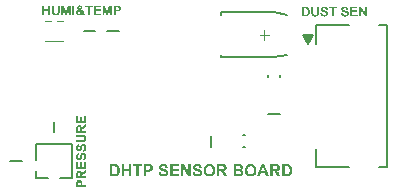
<source format=gbr>
%TF.GenerationSoftware,KiCad,Pcbnew,8.0.3*%
%TF.CreationDate,2024-07-01T09:22:30+07:00*%
%TF.ProjectId,WeatherStation,57656174-6865-4725-9374-6174696f6e2e,rev?*%
%TF.SameCoordinates,Original*%
%TF.FileFunction,Legend,Top*%
%TF.FilePolarity,Positive*%
%FSLAX46Y46*%
G04 Gerber Fmt 4.6, Leading zero omitted, Abs format (unit mm)*
G04 Created by KiCad (PCBNEW 8.0.3) date 2024-07-01 09:22:30*
%MOMM*%
%LPD*%
G01*
G04 APERTURE LIST*
%ADD10C,0.200000*%
%ADD11C,0.154000*%
%ADD12C,0.100000*%
G04 APERTURE END LIST*
D10*
G36*
X199888930Y-107232000D02*
G01*
X199888930Y-106419159D01*
X200051498Y-106419159D01*
X200051498Y-106744295D01*
X200370381Y-106744295D01*
X200370381Y-106419159D01*
X200532949Y-106419159D01*
X200532949Y-107232000D01*
X200370381Y-107232000D01*
X200370381Y-106881853D01*
X200051498Y-106881853D01*
X200051498Y-107232000D01*
X199888930Y-107232000D01*
G37*
G36*
X200695322Y-106419159D02*
G01*
X200858086Y-106419159D01*
X200858086Y-106860360D01*
X200858375Y-106902731D01*
X200859416Y-106942500D01*
X200862084Y-106982107D01*
X200864143Y-106996354D01*
X200877330Y-107033739D01*
X200902206Y-107066715D01*
X200913773Y-107076661D01*
X200950550Y-107096270D01*
X200989024Y-107105054D01*
X201021240Y-107106947D01*
X201061254Y-107104161D01*
X201100455Y-107093463D01*
X201125776Y-107078420D01*
X201152566Y-107048658D01*
X201167514Y-107010666D01*
X201167981Y-107008078D01*
X201172386Y-106969115D01*
X201174356Y-106929723D01*
X201175147Y-106887389D01*
X201175210Y-106869739D01*
X201175210Y-106419159D01*
X201337778Y-106419159D01*
X201337778Y-106845314D01*
X201337454Y-106888893D01*
X201336481Y-106928284D01*
X201334457Y-106970025D01*
X201330914Y-107011099D01*
X201324492Y-107051846D01*
X201312836Y-107091139D01*
X201294065Y-107128947D01*
X201275838Y-107153842D01*
X201245934Y-107182546D01*
X201212584Y-107204707D01*
X201181072Y-107219885D01*
X201140501Y-107232868D01*
X201097886Y-107240442D01*
X201055152Y-107243904D01*
X201026125Y-107244505D01*
X200984844Y-107243564D01*
X200941616Y-107240087D01*
X200898715Y-107232976D01*
X200858742Y-107220977D01*
X200851051Y-107217736D01*
X200816247Y-107199337D01*
X200783604Y-107175529D01*
X200756871Y-107147980D01*
X200734257Y-107115163D01*
X200717263Y-107078309D01*
X200711344Y-107057903D01*
X200704335Y-107018873D01*
X200699844Y-106977910D01*
X200697215Y-106937738D01*
X200695713Y-106892895D01*
X200695322Y-106851958D01*
X200695322Y-106419159D01*
G37*
G36*
X201502496Y-107232000D02*
G01*
X201502496Y-106419159D01*
X201745957Y-106419159D01*
X201892112Y-106973688D01*
X202036704Y-106419159D01*
X202280556Y-106419159D01*
X202280556Y-107232000D01*
X202129516Y-107232000D01*
X202129516Y-106592083D01*
X201969488Y-107232000D01*
X201812977Y-107232000D01*
X201653536Y-106592083D01*
X201653536Y-107232000D01*
X201502496Y-107232000D01*
G37*
G36*
X202432182Y-107232000D02*
G01*
X202432182Y-106419159D01*
X202594750Y-106419159D01*
X202594750Y-107232000D01*
X202432182Y-107232000D01*
G37*
G36*
X203085673Y-106409150D02*
G01*
X203124787Y-106416640D01*
X203164152Y-106431313D01*
X203197827Y-106452507D01*
X203205357Y-106458824D01*
X203233787Y-106489994D01*
X203252913Y-106524811D01*
X203262735Y-106563276D01*
X203264171Y-106586221D01*
X203258598Y-106627174D01*
X203243444Y-106663527D01*
X203235057Y-106677080D01*
X203208022Y-106707972D01*
X203175462Y-106735240D01*
X203138630Y-106760983D01*
X203117430Y-106774386D01*
X203229586Y-106923667D01*
X203246885Y-106886155D01*
X203259933Y-106846004D01*
X203263584Y-106832223D01*
X203403291Y-106863486D01*
X203391964Y-106902208D01*
X203379295Y-106940972D01*
X203366948Y-106972516D01*
X203348902Y-107007680D01*
X203333926Y-107030157D01*
X203363529Y-107055949D01*
X203395682Y-107080441D01*
X203400751Y-107084086D01*
X203434411Y-107107227D01*
X203460933Y-107122969D01*
X203367534Y-107244505D01*
X203329294Y-107223607D01*
X203296056Y-107201683D01*
X203263526Y-107176608D01*
X203235643Y-107152083D01*
X203204502Y-107179316D01*
X203172140Y-107201665D01*
X203135131Y-107220606D01*
X203131693Y-107222034D01*
X203091475Y-107234828D01*
X203050625Y-107241850D01*
X203010370Y-107244417D01*
X203000975Y-107244505D01*
X202955724Y-107242387D01*
X202914127Y-107236033D01*
X202876185Y-107225442D01*
X202835477Y-107207142D01*
X202800031Y-107182743D01*
X202774513Y-107157750D01*
X202748782Y-107122982D01*
X202730402Y-107085698D01*
X202719375Y-107045899D01*
X202715699Y-107003584D01*
X202716568Y-106993228D01*
X202873968Y-106993228D01*
X202880214Y-107033651D01*
X202900768Y-107069160D01*
X202906599Y-107075293D01*
X202939548Y-107096932D01*
X202977712Y-107106174D01*
X202994331Y-107106947D01*
X203034194Y-107102434D01*
X203064087Y-107092683D01*
X203099160Y-107073535D01*
X203132254Y-107049086D01*
X203137164Y-107045007D01*
X202980067Y-106850199D01*
X202943852Y-106871989D01*
X202913177Y-106899129D01*
X202900346Y-106915265D01*
X202881413Y-106951372D01*
X202873994Y-106990738D01*
X202873968Y-106993228D01*
X202716568Y-106993228D01*
X202719347Y-106960133D01*
X202730289Y-106919249D01*
X202748527Y-106880930D01*
X202761812Y-106860750D01*
X202787726Y-106830135D01*
X202819356Y-106801595D01*
X202851720Y-106778325D01*
X202888459Y-106756646D01*
X202899760Y-106750743D01*
X202873817Y-106718386D01*
X202850993Y-106684351D01*
X202837625Y-106659690D01*
X202823466Y-106622632D01*
X202816994Y-106582478D01*
X202816913Y-106577624D01*
X202818196Y-106568050D01*
X202967367Y-106568050D01*
X202979766Y-106606429D01*
X203002538Y-106637610D01*
X203040444Y-106681769D01*
X203082259Y-106649725D01*
X203112115Y-106620610D01*
X203128191Y-106582829D01*
X203128372Y-106578406D01*
X203116864Y-106540254D01*
X203106097Y-106527799D01*
X203070129Y-106509190D01*
X203045915Y-106506696D01*
X203006180Y-106513947D01*
X202988274Y-106525258D01*
X202968102Y-106559104D01*
X202967367Y-106568050D01*
X202818196Y-106568050D01*
X202822618Y-106535065D01*
X202839735Y-106496780D01*
X202864895Y-106465978D01*
X202875336Y-106456480D01*
X202912235Y-106432394D01*
X202951625Y-106417602D01*
X202991180Y-106409768D01*
X203035486Y-106406703D01*
X203042203Y-106406654D01*
X203085673Y-106409150D01*
G37*
G36*
X203737611Y-107232000D02*
G01*
X203737611Y-106556717D01*
X203498644Y-106556717D01*
X203498644Y-106419159D01*
X204138755Y-106419159D01*
X204138755Y-106556717D01*
X203900374Y-106556717D01*
X203900374Y-107232000D01*
X203737611Y-107232000D01*
G37*
G36*
X204240165Y-107232000D02*
G01*
X204240165Y-106419159D01*
X204837485Y-106419159D01*
X204837485Y-106556717D01*
X204402928Y-106556717D01*
X204402928Y-106731790D01*
X204807395Y-106731790D01*
X204807395Y-106869348D01*
X204402928Y-106869348D01*
X204402928Y-107094442D01*
X204852922Y-107094442D01*
X204852922Y-107232000D01*
X204240165Y-107232000D01*
G37*
G36*
X204984422Y-107232000D02*
G01*
X204984422Y-106419159D01*
X205227883Y-106419159D01*
X205374038Y-106973688D01*
X205518630Y-106419159D01*
X205762482Y-106419159D01*
X205762482Y-107232000D01*
X205611442Y-107232000D01*
X205611442Y-106592083D01*
X205451414Y-107232000D01*
X205294903Y-107232000D01*
X205135462Y-106592083D01*
X205135462Y-107232000D01*
X204984422Y-107232000D01*
G37*
G36*
X206223917Y-106419455D02*
G01*
X206269896Y-106420591D01*
X206314335Y-106422992D01*
X206356908Y-106427784D01*
X206373480Y-106431274D01*
X206410705Y-106444755D01*
X206444344Y-106464975D01*
X206474397Y-106491933D01*
X206489544Y-106509822D01*
X206512118Y-106546692D01*
X206525982Y-106584162D01*
X206534009Y-106626052D01*
X206536243Y-106666333D01*
X206534110Y-106706024D01*
X206526737Y-106745775D01*
X206512544Y-106784211D01*
X206509279Y-106790604D01*
X206487022Y-106825363D01*
X206458322Y-106856134D01*
X206440891Y-106869739D01*
X206406976Y-106889883D01*
X206369876Y-106904437D01*
X206356480Y-106907840D01*
X206314994Y-106913920D01*
X206274468Y-106917162D01*
X206233658Y-106918817D01*
X206187855Y-106919369D01*
X206081756Y-106919369D01*
X206081756Y-107232000D01*
X205918993Y-107232000D01*
X205918993Y-106781811D01*
X206081756Y-106781811D01*
X206170856Y-106781811D01*
X206214942Y-106781042D01*
X206255021Y-106778337D01*
X206295122Y-106770992D01*
X206299425Y-106769501D01*
X206334474Y-106748374D01*
X206350228Y-106730422D01*
X206366012Y-106693847D01*
X206368595Y-106668678D01*
X206362147Y-106629257D01*
X206342803Y-106597359D01*
X206311484Y-106573419D01*
X206277346Y-106562188D01*
X206237129Y-106558261D01*
X206195959Y-106556979D01*
X206160305Y-106556717D01*
X206081756Y-106556717D01*
X206081756Y-106781811D01*
X205918993Y-106781811D01*
X205918993Y-106419159D01*
X206180039Y-106419159D01*
X206223917Y-106419455D01*
G37*
G36*
X206021837Y-119849873D02*
G01*
X206074444Y-119853189D01*
X206124687Y-119859803D01*
X206161400Y-119868244D01*
X206209144Y-119886328D01*
X206252908Y-119910903D01*
X206292692Y-119941970D01*
X206313075Y-119962034D01*
X206346262Y-120002211D01*
X206374658Y-120047179D01*
X206398263Y-120096939D01*
X206409306Y-120126653D01*
X206423732Y-120178112D01*
X206432973Y-120227822D01*
X206439059Y-120281903D01*
X206441764Y-120331737D01*
X206442279Y-120366744D01*
X206440795Y-120419913D01*
X206436342Y-120469787D01*
X206427618Y-120522749D01*
X206415016Y-120571407D01*
X206411260Y-120582899D01*
X206393250Y-120629390D01*
X206368860Y-120677571D01*
X206340410Y-120720470D01*
X206307898Y-120758087D01*
X206303549Y-120762418D01*
X206262753Y-120795471D01*
X206218103Y-120820811D01*
X206171758Y-120839783D01*
X206160667Y-120843506D01*
X206108983Y-120855743D01*
X206058753Y-120861977D01*
X206008103Y-120864664D01*
X205980660Y-120865000D01*
X205597932Y-120865000D01*
X205597932Y-120693053D01*
X205801386Y-120693053D01*
X205953061Y-120693053D01*
X206006065Y-120691898D01*
X206057329Y-120687090D01*
X206076159Y-120683283D01*
X206123823Y-120665223D01*
X206157980Y-120641273D01*
X206187656Y-120601889D01*
X206207271Y-120555772D01*
X206211225Y-120543332D01*
X206223045Y-120490485D01*
X206229066Y-120438574D01*
X206231662Y-120385879D01*
X206231986Y-120357219D01*
X206230688Y-120301882D01*
X206226127Y-120247767D01*
X206217206Y-120197745D01*
X206211225Y-120176723D01*
X206191815Y-120130119D01*
X206162606Y-120087765D01*
X206153584Y-120078538D01*
X206111635Y-120048862D01*
X206063103Y-120031467D01*
X206059551Y-120030666D01*
X206006703Y-120023987D01*
X205956190Y-120021669D01*
X205900423Y-120020906D01*
X205892733Y-120020896D01*
X205801386Y-120020896D01*
X205801386Y-120693053D01*
X205597932Y-120693053D01*
X205597932Y-119848949D01*
X205969669Y-119848949D01*
X206021837Y-119849873D01*
G37*
G36*
X206609585Y-120865000D02*
G01*
X206609585Y-119848949D01*
X206812795Y-119848949D01*
X206812795Y-120255369D01*
X207211400Y-120255369D01*
X207211400Y-119848949D01*
X207414610Y-119848949D01*
X207414610Y-120865000D01*
X207211400Y-120865000D01*
X207211400Y-120427316D01*
X206812795Y-120427316D01*
X206812795Y-120865000D01*
X206609585Y-120865000D01*
G37*
G36*
X207845698Y-120865000D02*
G01*
X207845698Y-120020896D01*
X207546989Y-120020896D01*
X207546989Y-119848949D01*
X208347129Y-119848949D01*
X208347129Y-120020896D01*
X208049153Y-120020896D01*
X208049153Y-120865000D01*
X207845698Y-120865000D01*
G37*
G36*
X208855047Y-119849319D02*
G01*
X208912520Y-119850739D01*
X208968069Y-119853741D01*
X209021285Y-119859730D01*
X209042000Y-119864092D01*
X209088531Y-119880944D01*
X209130580Y-119906218D01*
X209168147Y-119939917D01*
X209187080Y-119962278D01*
X209215298Y-120008365D01*
X209232628Y-120055202D01*
X209242661Y-120107565D01*
X209245454Y-120157916D01*
X209242788Y-120207530D01*
X209233572Y-120257218D01*
X209215830Y-120305264D01*
X209211749Y-120313255D01*
X209183928Y-120356703D01*
X209148052Y-120395168D01*
X209126264Y-120412173D01*
X209083870Y-120437354D01*
X209037495Y-120455547D01*
X209020751Y-120459801D01*
X208968892Y-120467400D01*
X208918235Y-120471453D01*
X208867222Y-120473521D01*
X208809969Y-120474211D01*
X208677345Y-120474211D01*
X208677345Y-120865000D01*
X208473891Y-120865000D01*
X208473891Y-120302264D01*
X208677345Y-120302264D01*
X208788720Y-120302264D01*
X208843827Y-120301302D01*
X208893926Y-120297921D01*
X208944053Y-120288740D01*
X208949432Y-120286877D01*
X208993243Y-120260468D01*
X209012935Y-120238028D01*
X209032665Y-120192309D01*
X209035894Y-120160847D01*
X209027834Y-120111571D01*
X209003654Y-120071699D01*
X208964505Y-120041774D01*
X208921832Y-120027735D01*
X208871561Y-120022826D01*
X208820098Y-120021223D01*
X208775531Y-120020896D01*
X208677345Y-120020896D01*
X208677345Y-120302264D01*
X208473891Y-120302264D01*
X208473891Y-119848949D01*
X208800199Y-119848949D01*
X208855047Y-119849319D01*
G37*
G36*
X209718797Y-120536737D02*
G01*
X209916634Y-120521106D01*
X209929561Y-120571453D01*
X209950722Y-120617879D01*
X209982264Y-120657376D01*
X209988929Y-120663255D01*
X210031045Y-120689119D01*
X210082165Y-120704248D01*
X210136452Y-120708684D01*
X210187856Y-120705458D01*
X210235999Y-120694305D01*
X210281302Y-120670405D01*
X210284463Y-120667896D01*
X210318524Y-120629374D01*
X210333851Y-120582290D01*
X210334289Y-120572152D01*
X210321468Y-120523608D01*
X210313284Y-120512313D01*
X210272356Y-120482670D01*
X210240255Y-120469326D01*
X210191402Y-120454380D01*
X210141580Y-120440722D01*
X210092865Y-120427910D01*
X210077345Y-120423897D01*
X210028663Y-120410404D01*
X209976524Y-120393047D01*
X209931238Y-120374420D01*
X209887065Y-120351082D01*
X209848001Y-120322292D01*
X209811837Y-120283769D01*
X209784555Y-120241716D01*
X209766156Y-120196133D01*
X209756639Y-120147021D01*
X209755189Y-120117372D01*
X209760326Y-120065158D01*
X209775738Y-120015310D01*
X209798664Y-119972048D01*
X209829734Y-119932783D01*
X209868293Y-119899862D01*
X209914341Y-119873287D01*
X209924449Y-119868733D01*
X209973415Y-119851613D01*
X210021416Y-119841099D01*
X210073631Y-119835012D01*
X210122775Y-119833318D01*
X210179714Y-119835399D01*
X210232073Y-119841642D01*
X210279853Y-119852047D01*
X210331144Y-119870028D01*
X210375841Y-119894002D01*
X210408050Y-119918558D01*
X210445685Y-119958574D01*
X210474602Y-120004037D01*
X210494799Y-120054945D01*
X210505172Y-120102916D01*
X210508922Y-120145949D01*
X210305468Y-120145949D01*
X210291535Y-120095654D01*
X210264600Y-120051996D01*
X210249537Y-120038237D01*
X210203695Y-120015697D01*
X210151305Y-120006424D01*
X210120576Y-120005265D01*
X210069037Y-120008747D01*
X210020940Y-120020622D01*
X209981846Y-120040924D01*
X209952157Y-120082003D01*
X209949606Y-120102473D01*
X209966642Y-120149231D01*
X209979892Y-120162313D01*
X210024142Y-120186779D01*
X210070854Y-120203815D01*
X210123021Y-120219197D01*
X210166738Y-120230457D01*
X210219704Y-120244064D01*
X210267225Y-120257774D01*
X210315786Y-120273899D01*
X210362211Y-120292500D01*
X210386313Y-120304218D01*
X210427705Y-120330422D01*
X210466239Y-120365472D01*
X210497443Y-120407044D01*
X210520387Y-120455486D01*
X210532981Y-120505784D01*
X210537586Y-120556152D01*
X210537743Y-120568000D01*
X210533044Y-120621271D01*
X210518948Y-120672395D01*
X210495454Y-120721372D01*
X210489627Y-120730910D01*
X210459413Y-120770546D01*
X210422900Y-120804000D01*
X210380089Y-120831271D01*
X210353584Y-120843750D01*
X210306918Y-120859886D01*
X210254849Y-120871411D01*
X210204855Y-120877714D01*
X210150724Y-120880487D01*
X210134498Y-120880631D01*
X210076976Y-120878490D01*
X210023783Y-120872068D01*
X209974919Y-120861365D01*
X209921996Y-120842869D01*
X209875308Y-120818208D01*
X209841163Y-120792948D01*
X209805680Y-120757150D01*
X209775984Y-120715702D01*
X209752076Y-120668604D01*
X209733955Y-120615857D01*
X209723276Y-120567584D01*
X209718797Y-120536737D01*
G37*
G36*
X210703340Y-120865000D02*
G01*
X210703340Y-119848949D01*
X211449990Y-119848949D01*
X211449990Y-120020896D01*
X210906794Y-120020896D01*
X210906794Y-120239738D01*
X211412377Y-120239738D01*
X211412377Y-120411685D01*
X210906794Y-120411685D01*
X210906794Y-120693053D01*
X211469285Y-120693053D01*
X211469285Y-120865000D01*
X210703340Y-120865000D01*
G37*
G36*
X211638546Y-120865000D02*
G01*
X211638546Y-119848949D01*
X211836382Y-119848949D01*
X212248420Y-120535516D01*
X212248420Y-119848949D01*
X212437220Y-119848949D01*
X212437220Y-120865000D01*
X212233277Y-120865000D01*
X211827345Y-120188691D01*
X211827345Y-120865000D01*
X211638546Y-120865000D01*
G37*
G36*
X212595001Y-120536737D02*
G01*
X212792837Y-120521106D01*
X212805765Y-120571453D01*
X212826926Y-120617879D01*
X212858468Y-120657376D01*
X212865133Y-120663255D01*
X212907249Y-120689119D01*
X212958369Y-120704248D01*
X213012656Y-120708684D01*
X213064060Y-120705458D01*
X213112202Y-120694305D01*
X213157506Y-120670405D01*
X213160667Y-120667896D01*
X213194727Y-120629374D01*
X213210055Y-120582290D01*
X213210493Y-120572152D01*
X213197672Y-120523608D01*
X213189488Y-120512313D01*
X213148560Y-120482670D01*
X213116459Y-120469326D01*
X213067606Y-120454380D01*
X213017784Y-120440722D01*
X212969069Y-120427910D01*
X212953549Y-120423897D01*
X212904866Y-120410404D01*
X212852728Y-120393047D01*
X212807442Y-120374420D01*
X212763269Y-120351082D01*
X212724205Y-120322292D01*
X212688041Y-120283769D01*
X212660759Y-120241716D01*
X212642360Y-120196133D01*
X212632843Y-120147021D01*
X212631393Y-120117372D01*
X212636530Y-120065158D01*
X212651942Y-120015310D01*
X212674868Y-119972048D01*
X212705937Y-119932783D01*
X212744496Y-119899862D01*
X212790545Y-119873287D01*
X212800653Y-119868733D01*
X212849619Y-119851613D01*
X212897620Y-119841099D01*
X212949834Y-119835012D01*
X212998978Y-119833318D01*
X213055917Y-119835399D01*
X213108277Y-119841642D01*
X213156057Y-119852047D01*
X213207348Y-119870028D01*
X213252044Y-119894002D01*
X213284254Y-119918558D01*
X213321889Y-119958574D01*
X213350805Y-120004037D01*
X213371003Y-120054945D01*
X213381376Y-120102916D01*
X213385126Y-120145949D01*
X213181672Y-120145949D01*
X213167739Y-120095654D01*
X213140804Y-120051996D01*
X213125740Y-120038237D01*
X213079899Y-120015697D01*
X213027509Y-120006424D01*
X212996780Y-120005265D01*
X212945241Y-120008747D01*
X212897143Y-120020622D01*
X212858050Y-120040924D01*
X212828360Y-120082003D01*
X212825810Y-120102473D01*
X212842846Y-120149231D01*
X212856096Y-120162313D01*
X212900346Y-120186779D01*
X212947058Y-120203815D01*
X212999225Y-120219197D01*
X213042942Y-120230457D01*
X213095907Y-120244064D01*
X213143429Y-120257774D01*
X213191990Y-120273899D01*
X213238415Y-120292500D01*
X213262516Y-120304218D01*
X213303909Y-120330422D01*
X213342443Y-120365472D01*
X213373647Y-120407044D01*
X213396591Y-120455486D01*
X213409185Y-120505784D01*
X213413789Y-120556152D01*
X213413947Y-120568000D01*
X213409248Y-120621271D01*
X213395152Y-120672395D01*
X213371658Y-120721372D01*
X213365831Y-120730910D01*
X213335617Y-120770546D01*
X213299104Y-120804000D01*
X213256293Y-120831271D01*
X213229788Y-120843750D01*
X213183122Y-120859886D01*
X213131053Y-120871411D01*
X213081059Y-120877714D01*
X213026928Y-120880487D01*
X213010702Y-120880631D01*
X212953180Y-120878490D01*
X212899986Y-120872068D01*
X212851122Y-120861365D01*
X212798200Y-120842869D01*
X212751511Y-120818208D01*
X212717366Y-120792948D01*
X212681883Y-120757150D01*
X212652188Y-120715702D01*
X212628280Y-120668604D01*
X212610159Y-120615857D01*
X212599479Y-120567584D01*
X212595001Y-120536737D01*
G37*
G36*
X214079581Y-119835489D02*
G01*
X214131090Y-119842004D01*
X214179812Y-119852861D01*
X214236798Y-119872540D01*
X214289431Y-119899005D01*
X214337710Y-119932255D01*
X214381637Y-119972292D01*
X214420126Y-120018299D01*
X214452091Y-120069612D01*
X214472966Y-120114484D01*
X214489666Y-120162753D01*
X214502191Y-120214418D01*
X214510541Y-120269479D01*
X214514716Y-120327937D01*
X214515238Y-120358440D01*
X214513166Y-120418077D01*
X214506949Y-120474379D01*
X214496588Y-120527345D01*
X214482082Y-120576976D01*
X214463432Y-120623272D01*
X214434291Y-120676450D01*
X214398674Y-120724418D01*
X214382614Y-120742145D01*
X214338993Y-120782041D01*
X214291018Y-120815175D01*
X214238691Y-120841547D01*
X214182010Y-120861156D01*
X214133532Y-120871976D01*
X214082268Y-120878467D01*
X214028218Y-120880631D01*
X213973481Y-120878479D01*
X213921621Y-120872021D01*
X213872639Y-120861260D01*
X213815458Y-120841753D01*
X213762772Y-120815521D01*
X213714583Y-120782563D01*
X213670890Y-120742878D01*
X213632683Y-120697220D01*
X213600952Y-120646493D01*
X213575696Y-120590697D01*
X213560155Y-120542412D01*
X213548757Y-120490882D01*
X213541504Y-120436109D01*
X213538396Y-120378092D01*
X213538266Y-120363080D01*
X213538462Y-120356242D01*
X213747827Y-120356242D01*
X213749753Y-120408388D01*
X213757149Y-120465563D01*
X213770092Y-120516849D01*
X213788582Y-120562244D01*
X213817164Y-120607759D01*
X213826717Y-120619291D01*
X213863372Y-120654123D01*
X213910244Y-120683455D01*
X213962428Y-120701613D01*
X214012447Y-120708335D01*
X214027485Y-120708684D01*
X214078607Y-120704442D01*
X214131909Y-120689203D01*
X214179747Y-120662882D01*
X214217121Y-120630760D01*
X214227031Y-120620024D01*
X214257390Y-120576886D01*
X214280292Y-120525262D01*
X214293988Y-120474261D01*
X214302206Y-120417025D01*
X214304869Y-120364566D01*
X214304945Y-120353555D01*
X214303090Y-120300859D01*
X214295969Y-120243386D01*
X214283507Y-120192198D01*
X214262218Y-120140423D01*
X214233659Y-120097203D01*
X214228985Y-120091727D01*
X214193380Y-120058037D01*
X214146879Y-120029667D01*
X214094180Y-120012104D01*
X214042984Y-120005602D01*
X214027485Y-120005265D01*
X213974791Y-120009449D01*
X213926773Y-120022001D01*
X213877619Y-120046593D01*
X213834571Y-120082115D01*
X213824763Y-120092704D01*
X213794785Y-120135201D01*
X213772170Y-120186183D01*
X213758646Y-120236635D01*
X213750532Y-120293321D01*
X213747902Y-120345322D01*
X213747827Y-120356242D01*
X213538462Y-120356242D01*
X213539881Y-120306846D01*
X213544724Y-120254099D01*
X213552795Y-120204837D01*
X213566292Y-120151771D01*
X213584184Y-120103450D01*
X213608141Y-120056634D01*
X213636963Y-120012966D01*
X213670652Y-119972446D01*
X213677973Y-119964720D01*
X213716294Y-119929353D01*
X213756761Y-119900187D01*
X213803754Y-119875267D01*
X213808155Y-119873374D01*
X213857080Y-119855849D01*
X213909577Y-119843332D01*
X213958442Y-119836486D01*
X214010042Y-119833474D01*
X214025287Y-119833318D01*
X214079581Y-119835489D01*
G37*
G36*
X215153969Y-119849911D02*
G01*
X215205186Y-119852796D01*
X215257081Y-119858593D01*
X215306029Y-119868424D01*
X215331009Y-119876304D01*
X215377921Y-119900162D01*
X215417906Y-119934120D01*
X215448246Y-119973757D01*
X215471430Y-120019548D01*
X215486027Y-120069298D01*
X215492038Y-120123008D01*
X215492209Y-120134225D01*
X215488042Y-120188996D01*
X215475540Y-120238761D01*
X215454703Y-120283518D01*
X215425531Y-120323269D01*
X215388177Y-120357081D01*
X215342549Y-120384024D01*
X215295838Y-120401964D01*
X215242792Y-120414645D01*
X215226473Y-120417302D01*
X215269069Y-120444896D01*
X215309283Y-120477039D01*
X215335161Y-120502543D01*
X215368236Y-120542822D01*
X215396713Y-120582847D01*
X215424686Y-120625283D01*
X215450932Y-120667163D01*
X215574031Y-120865000D01*
X215330765Y-120865000D01*
X215183731Y-120641517D01*
X215156073Y-120601117D01*
X215124619Y-120556627D01*
X215094017Y-120516083D01*
X215076508Y-120495704D01*
X215037208Y-120464158D01*
X215015447Y-120454183D01*
X214967199Y-120445098D01*
X214917454Y-120442959D01*
X214913109Y-120442948D01*
X214871832Y-120442948D01*
X214871832Y-120865000D01*
X214668622Y-120865000D01*
X214668622Y-120271001D01*
X214871832Y-120271001D01*
X215022286Y-120271001D01*
X215073285Y-120270580D01*
X215123017Y-120269026D01*
X215175815Y-120264818D01*
X215204980Y-120259033D01*
X215247515Y-120234045D01*
X215261888Y-120217267D01*
X215280621Y-120169590D01*
X215282649Y-120143262D01*
X215274071Y-120093313D01*
X215255538Y-120062906D01*
X215215422Y-120034573D01*
X215178846Y-120024316D01*
X215129448Y-120021751D01*
X215079926Y-120021060D01*
X215030590Y-120020896D01*
X214871832Y-120020896D01*
X214871832Y-120271001D01*
X214668622Y-120271001D01*
X214668622Y-119848949D01*
X215096536Y-119848949D01*
X215153969Y-119849911D01*
G37*
G36*
X216519500Y-119849440D02*
G01*
X216568765Y-119851203D01*
X216619655Y-119855210D01*
X216648211Y-119859207D01*
X216697331Y-119872224D01*
X216741683Y-119893749D01*
X216753479Y-119901461D01*
X216791093Y-119933572D01*
X216822722Y-119973910D01*
X216830660Y-119986946D01*
X216850744Y-120032385D01*
X216860588Y-120082176D01*
X216861679Y-120106625D01*
X216856321Y-120158832D01*
X216840247Y-120207742D01*
X216823577Y-120238517D01*
X216791188Y-120279355D01*
X216751174Y-120311744D01*
X216720262Y-120328642D01*
X216768676Y-120346749D01*
X216814538Y-120373893D01*
X216852053Y-120408430D01*
X216861679Y-120420233D01*
X216887825Y-120462904D01*
X216904288Y-120510012D01*
X216911067Y-120561555D01*
X216911260Y-120572397D01*
X216906761Y-120623539D01*
X216893263Y-120673650D01*
X216879264Y-120706486D01*
X216852005Y-120751537D01*
X216818219Y-120789238D01*
X216792070Y-120810289D01*
X216747030Y-120835225D01*
X216699347Y-120850720D01*
X216655782Y-120858161D01*
X216603885Y-120861393D01*
X216553189Y-120862969D01*
X216498795Y-120864023D01*
X216445753Y-120864690D01*
X216410562Y-120865000D01*
X216067645Y-120865000D01*
X216067645Y-120693053D01*
X216270855Y-120693053D01*
X216459167Y-120693053D01*
X216509099Y-120692671D01*
X216561355Y-120690900D01*
X216598629Y-120686946D01*
X216646549Y-120669109D01*
X216672391Y-120647379D01*
X216696251Y-120602387D01*
X216700967Y-120562871D01*
X216693218Y-120514616D01*
X216678985Y-120487156D01*
X216641719Y-120453486D01*
X216615482Y-120441727D01*
X216565663Y-120432397D01*
X216512329Y-120428724D01*
X216460188Y-120427443D01*
X216434987Y-120427316D01*
X216270855Y-120427316D01*
X216270855Y-120693053D01*
X216067645Y-120693053D01*
X216067645Y-120255369D01*
X216270855Y-120255369D01*
X216404212Y-120255369D01*
X216457945Y-120255156D01*
X216509313Y-120254287D01*
X216551735Y-120251950D01*
X216600928Y-120238516D01*
X216633800Y-120215558D01*
X216658884Y-120173167D01*
X216663842Y-120136423D01*
X216654715Y-120086731D01*
X216637952Y-120059975D01*
X216596069Y-120032307D01*
X216561504Y-120024316D01*
X216508210Y-120021861D01*
X216452328Y-120021110D01*
X216396469Y-120020900D01*
X216387604Y-120020896D01*
X216270855Y-120020896D01*
X216270855Y-120255369D01*
X216067645Y-120255369D01*
X216067645Y-119848949D01*
X216470158Y-119848949D01*
X216519500Y-119849440D01*
G37*
G36*
X217577139Y-119835489D02*
G01*
X217628647Y-119842004D01*
X217677370Y-119852861D01*
X217734355Y-119872540D01*
X217786988Y-119899005D01*
X217835268Y-119932255D01*
X217879195Y-119972292D01*
X217917683Y-120018299D01*
X217949648Y-120069612D01*
X217970523Y-120114484D01*
X217987223Y-120162753D01*
X217999748Y-120214418D01*
X218008099Y-120269479D01*
X218012274Y-120327937D01*
X218012795Y-120358440D01*
X218010723Y-120418077D01*
X218004506Y-120474379D01*
X217994145Y-120527345D01*
X217979639Y-120576976D01*
X217960989Y-120623272D01*
X217931848Y-120676450D01*
X217896232Y-120724418D01*
X217880172Y-120742145D01*
X217836550Y-120782041D01*
X217788576Y-120815175D01*
X217736248Y-120841547D01*
X217679568Y-120861156D01*
X217631090Y-120871976D01*
X217579825Y-120878467D01*
X217525775Y-120880631D01*
X217471038Y-120878479D01*
X217419178Y-120872021D01*
X217370196Y-120861260D01*
X217313015Y-120841753D01*
X217260330Y-120815521D01*
X217212141Y-120782563D01*
X217168448Y-120742878D01*
X217130241Y-120697220D01*
X217098510Y-120646493D01*
X217073254Y-120590697D01*
X217057712Y-120542412D01*
X217046315Y-120490882D01*
X217039062Y-120436109D01*
X217035954Y-120378092D01*
X217035824Y-120363080D01*
X217036020Y-120356242D01*
X217245384Y-120356242D01*
X217247310Y-120408388D01*
X217254706Y-120465563D01*
X217267649Y-120516849D01*
X217286139Y-120562244D01*
X217314722Y-120607759D01*
X217324275Y-120619291D01*
X217360930Y-120654123D01*
X217407802Y-120683455D01*
X217459986Y-120701613D01*
X217510004Y-120708335D01*
X217525042Y-120708684D01*
X217576165Y-120704442D01*
X217629467Y-120689203D01*
X217677304Y-120662882D01*
X217714679Y-120630760D01*
X217724589Y-120620024D01*
X217754948Y-120576886D01*
X217777850Y-120525262D01*
X217791546Y-120474261D01*
X217799763Y-120417025D01*
X217802426Y-120364566D01*
X217802502Y-120353555D01*
X217800648Y-120300859D01*
X217793527Y-120243386D01*
X217781065Y-120192198D01*
X217759775Y-120140423D01*
X217731216Y-120097203D01*
X217726543Y-120091727D01*
X217690938Y-120058037D01*
X217644436Y-120029667D01*
X217591737Y-120012104D01*
X217540541Y-120005602D01*
X217525042Y-120005265D01*
X217472349Y-120009449D01*
X217424330Y-120022001D01*
X217375177Y-120046593D01*
X217332129Y-120082115D01*
X217322321Y-120092704D01*
X217292343Y-120135201D01*
X217269728Y-120186183D01*
X217256204Y-120236635D01*
X217248089Y-120293321D01*
X217245460Y-120345322D01*
X217245384Y-120356242D01*
X217036020Y-120356242D01*
X217037438Y-120306846D01*
X217042281Y-120254099D01*
X217050353Y-120204837D01*
X217063850Y-120151771D01*
X217081742Y-120103450D01*
X217105699Y-120056634D01*
X217134521Y-120012966D01*
X217168209Y-119972446D01*
X217175531Y-119964720D01*
X217213851Y-119929353D01*
X217254318Y-119900187D01*
X217301312Y-119875267D01*
X217305712Y-119873374D01*
X217354637Y-119855849D01*
X217407134Y-119843332D01*
X217455999Y-119836486D01*
X217507599Y-119833474D01*
X217522844Y-119833318D01*
X217577139Y-119835489D01*
G37*
G36*
X219073542Y-120865000D02*
G01*
X218852502Y-120865000D01*
X218764575Y-120630526D01*
X218361818Y-120630526D01*
X218278776Y-120865000D01*
X218063109Y-120865000D01*
X218220011Y-120458579D01*
X218424345Y-120458579D01*
X218699118Y-120458579D01*
X218560388Y-120099054D01*
X218424345Y-120458579D01*
X218220011Y-120458579D01*
X218455363Y-119848949D01*
X218670297Y-119848949D01*
X219073542Y-120865000D01*
G37*
G36*
X219661715Y-119849911D02*
G01*
X219712932Y-119852796D01*
X219764827Y-119858593D01*
X219813775Y-119868424D01*
X219838755Y-119876304D01*
X219885667Y-119900162D01*
X219925652Y-119934120D01*
X219955992Y-119973757D01*
X219979176Y-120019548D01*
X219993773Y-120069298D01*
X219999784Y-120123008D01*
X219999955Y-120134225D01*
X219995788Y-120188996D01*
X219983286Y-120238761D01*
X219962449Y-120283518D01*
X219933277Y-120323269D01*
X219895923Y-120357081D01*
X219850295Y-120384024D01*
X219803584Y-120401964D01*
X219750538Y-120414645D01*
X219734219Y-120417302D01*
X219776815Y-120444896D01*
X219817029Y-120477039D01*
X219842907Y-120502543D01*
X219875981Y-120542822D01*
X219904459Y-120582847D01*
X219932432Y-120625283D01*
X219958678Y-120667163D01*
X220081777Y-120865000D01*
X219838511Y-120865000D01*
X219691477Y-120641517D01*
X219663819Y-120601117D01*
X219632365Y-120556627D01*
X219601763Y-120516083D01*
X219584254Y-120495704D01*
X219544954Y-120464158D01*
X219523193Y-120454183D01*
X219474945Y-120445098D01*
X219425200Y-120442959D01*
X219420855Y-120442948D01*
X219379578Y-120442948D01*
X219379578Y-120865000D01*
X219176368Y-120865000D01*
X219176368Y-120271001D01*
X219379578Y-120271001D01*
X219530032Y-120271001D01*
X219581031Y-120270580D01*
X219630763Y-120269026D01*
X219683561Y-120264818D01*
X219712726Y-120259033D01*
X219755261Y-120234045D01*
X219769634Y-120217267D01*
X219788367Y-120169590D01*
X219790395Y-120143262D01*
X219781817Y-120093313D01*
X219763284Y-120062906D01*
X219723168Y-120034573D01*
X219686592Y-120024316D01*
X219637194Y-120021751D01*
X219587672Y-120021060D01*
X219538336Y-120020896D01*
X219379578Y-120020896D01*
X219379578Y-120271001D01*
X219176368Y-120271001D01*
X219176368Y-119848949D01*
X219604282Y-119848949D01*
X219661715Y-119849911D01*
G37*
G36*
X220608996Y-119849873D02*
G01*
X220661604Y-119853189D01*
X220711847Y-119859803D01*
X220748560Y-119868244D01*
X220796304Y-119886328D01*
X220840068Y-119910903D01*
X220879852Y-119941970D01*
X220900234Y-119962034D01*
X220933422Y-120002211D01*
X220961818Y-120047179D01*
X220985423Y-120096939D01*
X220996466Y-120126653D01*
X221010892Y-120178112D01*
X221020133Y-120227822D01*
X221026219Y-120281903D01*
X221028924Y-120331737D01*
X221029439Y-120366744D01*
X221027955Y-120419913D01*
X221023502Y-120469787D01*
X221014778Y-120522749D01*
X221002176Y-120571407D01*
X220998420Y-120582899D01*
X220980410Y-120629390D01*
X220956020Y-120677571D01*
X220927569Y-120720470D01*
X220895058Y-120758087D01*
X220890709Y-120762418D01*
X220849913Y-120795471D01*
X220805262Y-120820811D01*
X220758918Y-120839783D01*
X220747827Y-120843506D01*
X220696143Y-120855743D01*
X220645913Y-120861977D01*
X220595263Y-120864664D01*
X220567820Y-120865000D01*
X220185091Y-120865000D01*
X220185091Y-120693053D01*
X220388546Y-120693053D01*
X220540220Y-120693053D01*
X220593224Y-120691898D01*
X220644489Y-120687090D01*
X220663319Y-120683283D01*
X220710983Y-120665223D01*
X220745140Y-120641273D01*
X220774816Y-120601889D01*
X220794431Y-120555772D01*
X220798385Y-120543332D01*
X220810205Y-120490485D01*
X220816226Y-120438574D01*
X220818821Y-120385879D01*
X220819146Y-120357219D01*
X220817848Y-120301882D01*
X220813287Y-120247767D01*
X220804366Y-120197745D01*
X220798385Y-120176723D01*
X220778974Y-120130119D01*
X220749766Y-120087765D01*
X220740744Y-120078538D01*
X220698795Y-120048862D01*
X220650263Y-120031467D01*
X220646710Y-120030666D01*
X220593863Y-120023987D01*
X220543350Y-120021669D01*
X220487583Y-120020906D01*
X220479892Y-120020896D01*
X220388546Y-120020896D01*
X220388546Y-120693053D01*
X220185091Y-120693053D01*
X220185091Y-119848949D01*
X220556829Y-119848949D01*
X220608996Y-119849873D01*
G37*
G36*
X203051025Y-121181253D02*
G01*
X203090776Y-121188626D01*
X203129212Y-121202819D01*
X203135605Y-121206084D01*
X203170364Y-121228341D01*
X203201135Y-121257041D01*
X203214740Y-121274472D01*
X203234884Y-121308387D01*
X203249438Y-121345487D01*
X203252841Y-121358883D01*
X203258921Y-121400369D01*
X203262163Y-121440895D01*
X203263818Y-121481705D01*
X203264370Y-121527508D01*
X203264370Y-121633607D01*
X203577001Y-121633607D01*
X203577001Y-121796370D01*
X202764160Y-121796370D01*
X202764160Y-121555058D01*
X202901718Y-121555058D01*
X202901718Y-121633607D01*
X203126812Y-121633607D01*
X203126812Y-121544507D01*
X203126043Y-121500421D01*
X203123338Y-121460342D01*
X203115993Y-121420241D01*
X203114502Y-121415938D01*
X203093375Y-121380889D01*
X203075423Y-121365135D01*
X203038848Y-121349351D01*
X203013679Y-121346768D01*
X202974258Y-121353216D01*
X202942360Y-121372560D01*
X202918420Y-121403879D01*
X202907189Y-121438017D01*
X202903262Y-121478234D01*
X202901980Y-121519404D01*
X202901718Y-121555058D01*
X202764160Y-121555058D01*
X202764160Y-121535324D01*
X202764456Y-121491446D01*
X202765592Y-121445467D01*
X202767993Y-121401028D01*
X202772785Y-121358455D01*
X202776275Y-121341883D01*
X202789756Y-121304658D01*
X202809976Y-121271019D01*
X202836934Y-121240966D01*
X202854823Y-121225819D01*
X202891693Y-121203245D01*
X202929163Y-121189381D01*
X202971053Y-121181354D01*
X203011334Y-121179120D01*
X203051025Y-121181253D01*
G37*
G36*
X203577001Y-120519664D02*
G01*
X203398215Y-120637291D01*
X203365895Y-120659418D01*
X203330302Y-120684581D01*
X203297868Y-120709062D01*
X203281564Y-120723070D01*
X203256328Y-120754509D01*
X203248347Y-120771918D01*
X203241080Y-120810517D01*
X203239368Y-120850313D01*
X203239359Y-120853788D01*
X203239359Y-120886810D01*
X203577001Y-120886810D01*
X203577001Y-121049378D01*
X202764160Y-121049378D01*
X202764160Y-120759804D01*
X202901718Y-120759804D01*
X202901718Y-120886810D01*
X203101802Y-120886810D01*
X203101802Y-120766447D01*
X203101465Y-120725648D01*
X203100221Y-120685863D01*
X203096856Y-120643624D01*
X203092227Y-120620292D01*
X203072237Y-120586264D01*
X203058815Y-120574765D01*
X203020673Y-120559779D01*
X202999610Y-120558157D01*
X202959652Y-120565019D01*
X202935326Y-120579846D01*
X202912659Y-120611938D01*
X202904453Y-120641199D01*
X202902402Y-120680718D01*
X202901849Y-120720335D01*
X202901718Y-120759804D01*
X202764160Y-120759804D01*
X202764160Y-120707047D01*
X202764930Y-120661101D01*
X202767238Y-120620127D01*
X202771875Y-120578611D01*
X202779740Y-120539453D01*
X202786044Y-120519469D01*
X202805130Y-120481939D01*
X202832297Y-120449951D01*
X202864007Y-120425679D01*
X202900639Y-120407132D01*
X202940440Y-120395454D01*
X202983407Y-120390646D01*
X202992381Y-120390508D01*
X203036198Y-120393842D01*
X203076010Y-120403844D01*
X203111816Y-120420514D01*
X203143616Y-120443851D01*
X203170666Y-120473734D01*
X203192220Y-120510236D01*
X203206572Y-120547605D01*
X203216717Y-120590042D01*
X203218843Y-120603097D01*
X203240918Y-120569021D01*
X203266632Y-120536849D01*
X203287035Y-120516147D01*
X203319259Y-120489687D01*
X203351279Y-120466906D01*
X203385227Y-120444527D01*
X203418731Y-120423530D01*
X203577001Y-120325051D01*
X203577001Y-120519664D01*
G37*
G36*
X203577001Y-120241813D02*
G01*
X202764160Y-120241813D01*
X202764160Y-119644493D01*
X202901718Y-119644493D01*
X202901718Y-120079050D01*
X203076791Y-120079050D01*
X203076791Y-119674584D01*
X203214349Y-119674584D01*
X203214349Y-120079050D01*
X203439443Y-120079050D01*
X203439443Y-119629057D01*
X203577001Y-119629057D01*
X203577001Y-120241813D01*
G37*
G36*
X203314391Y-119536635D02*
G01*
X203301885Y-119378366D01*
X203342164Y-119368024D01*
X203379304Y-119351095D01*
X203410902Y-119325862D01*
X203415605Y-119320529D01*
X203436296Y-119286837D01*
X203448399Y-119245941D01*
X203451948Y-119202511D01*
X203449367Y-119161388D01*
X203440445Y-119122874D01*
X203421325Y-119086631D01*
X203419317Y-119084102D01*
X203388500Y-119056854D01*
X203350833Y-119044592D01*
X203342723Y-119044242D01*
X203303887Y-119054498D01*
X203294851Y-119061046D01*
X203271137Y-119093788D01*
X203260462Y-119119469D01*
X203248505Y-119158551D01*
X203237579Y-119198409D01*
X203227329Y-119237381D01*
X203224118Y-119249797D01*
X203213324Y-119288743D01*
X203199439Y-119330453D01*
X203184537Y-119366682D01*
X203165867Y-119402021D01*
X203142834Y-119433272D01*
X203112016Y-119462203D01*
X203078373Y-119484029D01*
X203041907Y-119498748D01*
X203002618Y-119506362D01*
X202978899Y-119507522D01*
X202937127Y-119503412D01*
X202897249Y-119491083D01*
X202862639Y-119472742D01*
X202831227Y-119447886D01*
X202804891Y-119417039D01*
X202783630Y-119380200D01*
X202779987Y-119372113D01*
X202766292Y-119332941D01*
X202757880Y-119294540D01*
X202753011Y-119252768D01*
X202751655Y-119213453D01*
X202753320Y-119167902D01*
X202758315Y-119126014D01*
X202766639Y-119087790D01*
X202781023Y-119046758D01*
X202800202Y-119011000D01*
X202819848Y-118985233D01*
X202851860Y-118955125D01*
X202888230Y-118931992D01*
X202928957Y-118915834D01*
X202967334Y-118907536D01*
X203001760Y-118904535D01*
X203001760Y-119067298D01*
X202961524Y-119078445D01*
X202926598Y-119099993D01*
X202915591Y-119112044D01*
X202897559Y-119148717D01*
X202890140Y-119190629D01*
X202889213Y-119215212D01*
X202891999Y-119256443D01*
X202901498Y-119294921D01*
X202917740Y-119326196D01*
X202950603Y-119349948D01*
X202966980Y-119351988D01*
X203004385Y-119338359D01*
X203014851Y-119327759D01*
X203034424Y-119292359D01*
X203048053Y-119254990D01*
X203060359Y-119213256D01*
X203069366Y-119178282D01*
X203080252Y-119135910D01*
X203091220Y-119097893D01*
X203104120Y-119059044D01*
X203119001Y-119021904D01*
X203128375Y-119002623D01*
X203149338Y-118969509D01*
X203177378Y-118938681D01*
X203210636Y-118913719D01*
X203249389Y-118895363D01*
X203289628Y-118885288D01*
X203329922Y-118881604D01*
X203339401Y-118881478D01*
X203382018Y-118885238D01*
X203422917Y-118896515D01*
X203462099Y-118915310D01*
X203469729Y-118919971D01*
X203501438Y-118944143D01*
X203528201Y-118973353D01*
X203550018Y-119007601D01*
X203560001Y-119028806D01*
X203572909Y-119066138D01*
X203582130Y-119107794D01*
X203587172Y-119147789D01*
X203589390Y-119191094D01*
X203589506Y-119204074D01*
X203587793Y-119250092D01*
X203582655Y-119292647D01*
X203574093Y-119331738D01*
X203559296Y-119374076D01*
X203539567Y-119411427D01*
X203519359Y-119438743D01*
X203490721Y-119467129D01*
X203457563Y-119490886D01*
X203419884Y-119510012D01*
X203377686Y-119524509D01*
X203339068Y-119533053D01*
X203314391Y-119536635D01*
G37*
G36*
X203314391Y-118790229D02*
G01*
X203301885Y-118631960D01*
X203342164Y-118621618D01*
X203379304Y-118604689D01*
X203410902Y-118579455D01*
X203415605Y-118574123D01*
X203436296Y-118540431D01*
X203448399Y-118499535D01*
X203451948Y-118456105D01*
X203449367Y-118414982D01*
X203440445Y-118376468D01*
X203421325Y-118340225D01*
X203419317Y-118337696D01*
X203388500Y-118310448D01*
X203350833Y-118298186D01*
X203342723Y-118297836D01*
X203303887Y-118308092D01*
X203294851Y-118314640D01*
X203271137Y-118347382D01*
X203260462Y-118373063D01*
X203248505Y-118412145D01*
X203237579Y-118452003D01*
X203227329Y-118490975D01*
X203224118Y-118503391D01*
X203213324Y-118542337D01*
X203199439Y-118584047D01*
X203184537Y-118620276D01*
X203165867Y-118655615D01*
X203142834Y-118686866D01*
X203112016Y-118715797D01*
X203078373Y-118737622D01*
X203041907Y-118752342D01*
X203002618Y-118759955D01*
X202978899Y-118761116D01*
X202937127Y-118757006D01*
X202897249Y-118744677D01*
X202862639Y-118726335D01*
X202831227Y-118701480D01*
X202804891Y-118670633D01*
X202783630Y-118633794D01*
X202779987Y-118625707D01*
X202766292Y-118586535D01*
X202757880Y-118548134D01*
X202753011Y-118506362D01*
X202751655Y-118467047D01*
X202753320Y-118421496D01*
X202758315Y-118379608D01*
X202766639Y-118341384D01*
X202781023Y-118300351D01*
X202800202Y-118264594D01*
X202819848Y-118238827D01*
X202851860Y-118208719D01*
X202888230Y-118185586D01*
X202928957Y-118169428D01*
X202967334Y-118161129D01*
X203001760Y-118158129D01*
X203001760Y-118320892D01*
X202961524Y-118332039D01*
X202926598Y-118353586D01*
X202915591Y-118365638D01*
X202897559Y-118402311D01*
X202890140Y-118444223D01*
X202889213Y-118468806D01*
X202891999Y-118510037D01*
X202901498Y-118548515D01*
X202917740Y-118579790D01*
X202950603Y-118603542D01*
X202966980Y-118605582D01*
X203004385Y-118591953D01*
X203014851Y-118581353D01*
X203034424Y-118545953D01*
X203048053Y-118508584D01*
X203060359Y-118466850D01*
X203069366Y-118431876D01*
X203080252Y-118389504D01*
X203091220Y-118351487D01*
X203104120Y-118312638D01*
X203119001Y-118275498D01*
X203128375Y-118256217D01*
X203149338Y-118223103D01*
X203177378Y-118192275D01*
X203210636Y-118167312D01*
X203249389Y-118148957D01*
X203289628Y-118138882D01*
X203329922Y-118135198D01*
X203339401Y-118135072D01*
X203382018Y-118138831D01*
X203422917Y-118150109D01*
X203462099Y-118168904D01*
X203469729Y-118173565D01*
X203501438Y-118197736D01*
X203528201Y-118226947D01*
X203550018Y-118261195D01*
X203560001Y-118282400D01*
X203572909Y-118319732D01*
X203582130Y-118361388D01*
X203587172Y-118401383D01*
X203589390Y-118444688D01*
X203589506Y-118457668D01*
X203587793Y-118503686D01*
X203582655Y-118546241D01*
X203574093Y-118585332D01*
X203559296Y-118627670D01*
X203539567Y-118665021D01*
X203519359Y-118692337D01*
X203490721Y-118720723D01*
X203457563Y-118744480D01*
X203419884Y-118763606D01*
X203377686Y-118778103D01*
X203339068Y-118786646D01*
X203314391Y-118790229D01*
G37*
G36*
X202764160Y-118003767D02*
G01*
X202764160Y-117841004D01*
X203205361Y-117841004D01*
X203247732Y-117840714D01*
X203287501Y-117839673D01*
X203327108Y-117837005D01*
X203341355Y-117834947D01*
X203378740Y-117821760D01*
X203411716Y-117796884D01*
X203421662Y-117785317D01*
X203441271Y-117748539D01*
X203450055Y-117710065D01*
X203451948Y-117677850D01*
X203449162Y-117637836D01*
X203438464Y-117598635D01*
X203423421Y-117573314D01*
X203393659Y-117546523D01*
X203355667Y-117531576D01*
X203353079Y-117531109D01*
X203314116Y-117526703D01*
X203274724Y-117524733D01*
X203232390Y-117523943D01*
X203214740Y-117523879D01*
X202764160Y-117523879D01*
X202764160Y-117361311D01*
X203190315Y-117361311D01*
X203233894Y-117361635D01*
X203273285Y-117362609D01*
X203315026Y-117364633D01*
X203356100Y-117368175D01*
X203396847Y-117374598D01*
X203436140Y-117386253D01*
X203473948Y-117405025D01*
X203498843Y-117423251D01*
X203527547Y-117453155D01*
X203549708Y-117486506D01*
X203564886Y-117518017D01*
X203577869Y-117558588D01*
X203585443Y-117601204D01*
X203588905Y-117643937D01*
X203589506Y-117672965D01*
X203588565Y-117714245D01*
X203585088Y-117757474D01*
X203577977Y-117800375D01*
X203565978Y-117840348D01*
X203562737Y-117848038D01*
X203544338Y-117882843D01*
X203520530Y-117915486D01*
X203492981Y-117942218D01*
X203460164Y-117964832D01*
X203423310Y-117981827D01*
X203402904Y-117987745D01*
X203363874Y-117994755D01*
X203322911Y-117999245D01*
X203282739Y-118001874D01*
X203237896Y-118003376D01*
X203196959Y-118003767D01*
X202764160Y-118003767D01*
G37*
G36*
X203577001Y-116664144D02*
G01*
X203398215Y-116781772D01*
X203365895Y-116803898D01*
X203330302Y-116829061D01*
X203297868Y-116853542D01*
X203281564Y-116867550D01*
X203256328Y-116898989D01*
X203248347Y-116916398D01*
X203241080Y-116954997D01*
X203239368Y-116994793D01*
X203239359Y-116998268D01*
X203239359Y-117031290D01*
X203577001Y-117031290D01*
X203577001Y-117193858D01*
X202764160Y-117193858D01*
X202764160Y-116904284D01*
X202901718Y-116904284D01*
X202901718Y-117031290D01*
X203101802Y-117031290D01*
X203101802Y-116910927D01*
X203101465Y-116870128D01*
X203100221Y-116830343D01*
X203096856Y-116788104D01*
X203092227Y-116764772D01*
X203072237Y-116730744D01*
X203058815Y-116719245D01*
X203020673Y-116704259D01*
X202999610Y-116702637D01*
X202959652Y-116709499D01*
X202935326Y-116724326D01*
X202912659Y-116756418D01*
X202904453Y-116785679D01*
X202902402Y-116825198D01*
X202901849Y-116864815D01*
X202901718Y-116904284D01*
X202764160Y-116904284D01*
X202764160Y-116851527D01*
X202764930Y-116805581D01*
X202767238Y-116764607D01*
X202771875Y-116723091D01*
X202779740Y-116683933D01*
X202786044Y-116663949D01*
X202805130Y-116626419D01*
X202832297Y-116594431D01*
X202864007Y-116570160D01*
X202900639Y-116551612D01*
X202940440Y-116539934D01*
X202983407Y-116535126D01*
X202992381Y-116534989D01*
X203036198Y-116538322D01*
X203076010Y-116548324D01*
X203111816Y-116564994D01*
X203143616Y-116588331D01*
X203170666Y-116618214D01*
X203192220Y-116654716D01*
X203206572Y-116692085D01*
X203216717Y-116734522D01*
X203218843Y-116747578D01*
X203240918Y-116713501D01*
X203266632Y-116681330D01*
X203287035Y-116660627D01*
X203319259Y-116634168D01*
X203351279Y-116611386D01*
X203385227Y-116589007D01*
X203418731Y-116568010D01*
X203577001Y-116469531D01*
X203577001Y-116664144D01*
G37*
G36*
X203577001Y-116386294D02*
G01*
X202764160Y-116386294D01*
X202764160Y-115788973D01*
X202901718Y-115788973D01*
X202901718Y-116223530D01*
X203076791Y-116223530D01*
X203076791Y-115819064D01*
X203214349Y-115819064D01*
X203214349Y-116223530D01*
X203439443Y-116223530D01*
X203439443Y-115773537D01*
X203577001Y-115773537D01*
X203577001Y-116386294D01*
G37*
G36*
X222186100Y-106519898D02*
G01*
X222228186Y-106522551D01*
X222268380Y-106527842D01*
X222297750Y-106534595D01*
X222335945Y-106549062D01*
X222370957Y-106568722D01*
X222402784Y-106593576D01*
X222419090Y-106609627D01*
X222445640Y-106641768D01*
X222468357Y-106677743D01*
X222487241Y-106717551D01*
X222496075Y-106741323D01*
X222507616Y-106782490D01*
X222515009Y-106822258D01*
X222519878Y-106865522D01*
X222522041Y-106905390D01*
X222522454Y-106933395D01*
X222521266Y-106975931D01*
X222517704Y-107015829D01*
X222510725Y-107058199D01*
X222500643Y-107097126D01*
X222497638Y-107106319D01*
X222483230Y-107143512D01*
X222463718Y-107182056D01*
X222440958Y-107216376D01*
X222414949Y-107246469D01*
X222411470Y-107249934D01*
X222378833Y-107276377D01*
X222343112Y-107296649D01*
X222306037Y-107311827D01*
X222297164Y-107314805D01*
X222255816Y-107324594D01*
X222215633Y-107329581D01*
X222175113Y-107331731D01*
X222153158Y-107332000D01*
X221846976Y-107332000D01*
X221846976Y-107194442D01*
X222009739Y-107194442D01*
X222131079Y-107194442D01*
X222173482Y-107193518D01*
X222214493Y-107189672D01*
X222229558Y-107186626D01*
X222267689Y-107172178D01*
X222295015Y-107153018D01*
X222318755Y-107121511D01*
X222334447Y-107084617D01*
X222337611Y-107074665D01*
X222347066Y-107032388D01*
X222351883Y-106990859D01*
X222353960Y-106948703D01*
X222354219Y-106925775D01*
X222353181Y-106881506D01*
X222349532Y-106838214D01*
X222342395Y-106798196D01*
X222337611Y-106781378D01*
X222322082Y-106744095D01*
X222298715Y-106710212D01*
X222291498Y-106702830D01*
X222257939Y-106679090D01*
X222219113Y-106665173D01*
X222216271Y-106664533D01*
X222173993Y-106659190D01*
X222133582Y-106657335D01*
X222088968Y-106656725D01*
X222082816Y-106656717D01*
X222009739Y-106656717D01*
X222009739Y-107194442D01*
X221846976Y-107194442D01*
X221846976Y-106519159D01*
X222144366Y-106519159D01*
X222186100Y-106519898D01*
G37*
G36*
X222654540Y-106519159D02*
G01*
X222817304Y-106519159D01*
X222817304Y-106960360D01*
X222817593Y-107002731D01*
X222818634Y-107042500D01*
X222821302Y-107082107D01*
X222823361Y-107096354D01*
X222836548Y-107133739D01*
X222861424Y-107166715D01*
X222872991Y-107176661D01*
X222909768Y-107196270D01*
X222948242Y-107205054D01*
X222980458Y-107206947D01*
X223020472Y-107204161D01*
X223059673Y-107193463D01*
X223084994Y-107178420D01*
X223111784Y-107148658D01*
X223126732Y-107110666D01*
X223127199Y-107108078D01*
X223131604Y-107069115D01*
X223133574Y-107029723D01*
X223134365Y-106987389D01*
X223134428Y-106969739D01*
X223134428Y-106519159D01*
X223296996Y-106519159D01*
X223296996Y-106945314D01*
X223296672Y-106988893D01*
X223295699Y-107028284D01*
X223293675Y-107070025D01*
X223290132Y-107111099D01*
X223283710Y-107151846D01*
X223272054Y-107191139D01*
X223253283Y-107228947D01*
X223235056Y-107253842D01*
X223205152Y-107282546D01*
X223171802Y-107304707D01*
X223140290Y-107319885D01*
X223099719Y-107332868D01*
X223057104Y-107340442D01*
X223014370Y-107343904D01*
X222985343Y-107344505D01*
X222944062Y-107343564D01*
X222900834Y-107340087D01*
X222857933Y-107332976D01*
X222817960Y-107320977D01*
X222810269Y-107317736D01*
X222775465Y-107299337D01*
X222742822Y-107275529D01*
X222716089Y-107247980D01*
X222693475Y-107215163D01*
X222676481Y-107178309D01*
X222670562Y-107157903D01*
X222663553Y-107118873D01*
X222659062Y-107077910D01*
X222656433Y-107037738D01*
X222654931Y-106992895D01*
X222654540Y-106951958D01*
X222654540Y-106519159D01*
G37*
G36*
X223422635Y-107069390D02*
G01*
X223580904Y-107056884D01*
X223591246Y-107097163D01*
X223608175Y-107134303D01*
X223633409Y-107165901D01*
X223638741Y-107170604D01*
X223672434Y-107191295D01*
X223713330Y-107203398D01*
X223756759Y-107206947D01*
X223797882Y-107204366D01*
X223836396Y-107195444D01*
X223872639Y-107176324D01*
X223875168Y-107174316D01*
X223902416Y-107143499D01*
X223914678Y-107105832D01*
X223915029Y-107097722D01*
X223904772Y-107058886D01*
X223898225Y-107049850D01*
X223865483Y-107026136D01*
X223839802Y-107015461D01*
X223800719Y-107003504D01*
X223760862Y-106992578D01*
X223721890Y-106982328D01*
X223709474Y-106979117D01*
X223670528Y-106968323D01*
X223628817Y-106954438D01*
X223592588Y-106939536D01*
X223557249Y-106920866D01*
X223525999Y-106897833D01*
X223497067Y-106867015D01*
X223475242Y-106833372D01*
X223460522Y-106796906D01*
X223452909Y-106757617D01*
X223451749Y-106733898D01*
X223455858Y-106692126D01*
X223468188Y-106652248D01*
X223486529Y-106617638D01*
X223511384Y-106586226D01*
X223542232Y-106559890D01*
X223579070Y-106538629D01*
X223587157Y-106534986D01*
X223626329Y-106521291D01*
X223664730Y-106512879D01*
X223706502Y-106508010D01*
X223745817Y-106506654D01*
X223791368Y-106508319D01*
X223833256Y-106513314D01*
X223871480Y-106521638D01*
X223912513Y-106536022D01*
X223948270Y-106555201D01*
X223974038Y-106574847D01*
X224004146Y-106606859D01*
X224027279Y-106643229D01*
X224043437Y-106683956D01*
X224051735Y-106722333D01*
X224054735Y-106756759D01*
X223891972Y-106756759D01*
X223880825Y-106716523D01*
X223859278Y-106681597D01*
X223847227Y-106670590D01*
X223810554Y-106652558D01*
X223768642Y-106645139D01*
X223744059Y-106644212D01*
X223702827Y-106646998D01*
X223664349Y-106656497D01*
X223633075Y-106672739D01*
X223609323Y-106705602D01*
X223607283Y-106721979D01*
X223620911Y-106759384D01*
X223631511Y-106769850D01*
X223666911Y-106789423D01*
X223704281Y-106803052D01*
X223746015Y-106815358D01*
X223780988Y-106824365D01*
X223823360Y-106835251D01*
X223861378Y-106846219D01*
X223900226Y-106859119D01*
X223937367Y-106874000D01*
X223956648Y-106883374D01*
X223989762Y-106904337D01*
X224020589Y-106932377D01*
X224045552Y-106965635D01*
X224063907Y-107004388D01*
X224073982Y-107044627D01*
X224077666Y-107084921D01*
X224077792Y-107094400D01*
X224074033Y-107137017D01*
X224062756Y-107177916D01*
X224043961Y-107217098D01*
X224039299Y-107224728D01*
X224015128Y-107256437D01*
X223985918Y-107283200D01*
X223951669Y-107305017D01*
X223930465Y-107315000D01*
X223893132Y-107327908D01*
X223851477Y-107337129D01*
X223811482Y-107342171D01*
X223768177Y-107344389D01*
X223755196Y-107344505D01*
X223709178Y-107342792D01*
X223666624Y-107337654D01*
X223627532Y-107329092D01*
X223585194Y-107314295D01*
X223547844Y-107294566D01*
X223520528Y-107274358D01*
X223492141Y-107245720D01*
X223468385Y-107212562D01*
X223449258Y-107174883D01*
X223434762Y-107132685D01*
X223426218Y-107094067D01*
X223422635Y-107069390D01*
G37*
G36*
X224391595Y-107332000D02*
G01*
X224391595Y-106656717D01*
X224152628Y-106656717D01*
X224152628Y-106519159D01*
X224792740Y-106519159D01*
X224792740Y-106656717D01*
X224554359Y-106656717D01*
X224554359Y-107332000D01*
X224391595Y-107332000D01*
G37*
G36*
X225163989Y-107069390D02*
G01*
X225322258Y-107056884D01*
X225332600Y-107097163D01*
X225349529Y-107134303D01*
X225374763Y-107165901D01*
X225380095Y-107170604D01*
X225413787Y-107191295D01*
X225454684Y-107203398D01*
X225498113Y-107206947D01*
X225539236Y-107204366D01*
X225577750Y-107195444D01*
X225613993Y-107176324D01*
X225616522Y-107174316D01*
X225643770Y-107143499D01*
X225656032Y-107105832D01*
X225656382Y-107097722D01*
X225646126Y-107058886D01*
X225639578Y-107049850D01*
X225606836Y-107026136D01*
X225581156Y-107015461D01*
X225542073Y-107003504D01*
X225502215Y-106992578D01*
X225463244Y-106982328D01*
X225450828Y-106979117D01*
X225411881Y-106968323D01*
X225370171Y-106954438D01*
X225333942Y-106939536D01*
X225298603Y-106920866D01*
X225267352Y-106897833D01*
X225238421Y-106867015D01*
X225216596Y-106833372D01*
X225201876Y-106796906D01*
X225194263Y-106757617D01*
X225193103Y-106733898D01*
X225197212Y-106692126D01*
X225209542Y-106652248D01*
X225227883Y-106617638D01*
X225252738Y-106586226D01*
X225283585Y-106559890D01*
X225320424Y-106538629D01*
X225328511Y-106534986D01*
X225367683Y-106521291D01*
X225406084Y-106512879D01*
X225447856Y-106508010D01*
X225487171Y-106506654D01*
X225532722Y-106508319D01*
X225574610Y-106513314D01*
X225612834Y-106521638D01*
X225653867Y-106536022D01*
X225689624Y-106555201D01*
X225715391Y-106574847D01*
X225745500Y-106606859D01*
X225768633Y-106643229D01*
X225784791Y-106683956D01*
X225793089Y-106722333D01*
X225796089Y-106756759D01*
X225633326Y-106756759D01*
X225622179Y-106716523D01*
X225600632Y-106681597D01*
X225588581Y-106670590D01*
X225551907Y-106652558D01*
X225509995Y-106645139D01*
X225485412Y-106644212D01*
X225444181Y-106646998D01*
X225405703Y-106656497D01*
X225374428Y-106672739D01*
X225350677Y-106705602D01*
X225348636Y-106721979D01*
X225362265Y-106759384D01*
X225372865Y-106769850D01*
X225408265Y-106789423D01*
X225445634Y-106803052D01*
X225487368Y-106815358D01*
X225522342Y-106824365D01*
X225564714Y-106835251D01*
X225602731Y-106846219D01*
X225641580Y-106859119D01*
X225678720Y-106874000D01*
X225698001Y-106883374D01*
X225731115Y-106904337D01*
X225761943Y-106932377D01*
X225786906Y-106965635D01*
X225805261Y-107004388D01*
X225815336Y-107044627D01*
X225819020Y-107084921D01*
X225819146Y-107094400D01*
X225815387Y-107137017D01*
X225804110Y-107177916D01*
X225785314Y-107217098D01*
X225780653Y-107224728D01*
X225756482Y-107256437D01*
X225727272Y-107283200D01*
X225693023Y-107305017D01*
X225671819Y-107315000D01*
X225634486Y-107327908D01*
X225592830Y-107337129D01*
X225552835Y-107342171D01*
X225509531Y-107344389D01*
X225496550Y-107344505D01*
X225450532Y-107342792D01*
X225407977Y-107337654D01*
X225368886Y-107329092D01*
X225326548Y-107314295D01*
X225289197Y-107294566D01*
X225261881Y-107274358D01*
X225233495Y-107245720D01*
X225209739Y-107212562D01*
X225190612Y-107174883D01*
X225176115Y-107132685D01*
X225167572Y-107094067D01*
X225163989Y-107069390D01*
G37*
G36*
X225951623Y-107332000D02*
G01*
X225951623Y-106519159D01*
X226548943Y-106519159D01*
X226548943Y-106656717D01*
X226114387Y-106656717D01*
X226114387Y-106831790D01*
X226518853Y-106831790D01*
X226518853Y-106969348D01*
X226114387Y-106969348D01*
X226114387Y-107194442D01*
X226564380Y-107194442D01*
X226564380Y-107332000D01*
X225951623Y-107332000D01*
G37*
G36*
X226699788Y-107332000D02*
G01*
X226699788Y-106519159D01*
X226858057Y-106519159D01*
X227187687Y-107068413D01*
X227187687Y-106519159D01*
X227338727Y-106519159D01*
X227338727Y-107332000D01*
X227175573Y-107332000D01*
X226850828Y-106790953D01*
X226850828Y-107332000D01*
X226699788Y-107332000D01*
G37*
D11*
%TO.C,C69*%
X214200001Y-117450001D02*
X214200001Y-118350001D01*
D12*
%TO.C,U12*%
X200125000Y-107750001D02*
X200625000Y-107750001D01*
X200125000Y-109450001D02*
X201625000Y-109450001D01*
X201625000Y-107750001D02*
X201125000Y-107750001D01*
D11*
%TO.C,C63*%
X218975003Y-115600000D02*
X219975001Y-115600000D01*
%TO.C,C65*%
X214975002Y-107199999D02*
X214975002Y-107000000D01*
X214975002Y-110800000D02*
X214975002Y-110600001D01*
D12*
X218675002Y-108500000D02*
X218675002Y-109300000D01*
X219075002Y-108900000D02*
X218275001Y-108900000D01*
D11*
X219475002Y-107000001D02*
X214975002Y-107000000D01*
X219475002Y-110799999D02*
X214975002Y-110800000D01*
X220575002Y-107199999D02*
X219475002Y-107000001D01*
X220575002Y-110600001D02*
X219475002Y-110799999D01*
%TO.C,C66*%
X203425000Y-108600000D02*
X204325000Y-108600000D01*
%TO.C,R36*%
X216875001Y-117400001D02*
X217075001Y-117400001D01*
X216875001Y-118400001D02*
X217075001Y-118400001D01*
%TO.C,U11*%
X223075001Y-120075000D02*
X223075002Y-118550000D01*
X223075002Y-108100000D02*
X225825002Y-108100000D01*
X223075002Y-109650000D02*
X223075002Y-108100000D01*
X223075002Y-120100000D02*
X225825002Y-120100000D01*
X228425002Y-108100000D02*
X229075002Y-108100000D01*
X228425002Y-120100000D02*
X229075002Y-120100000D01*
X229075002Y-108100000D02*
X229075002Y-120100000D01*
X222375002Y-109634615D02*
X221975002Y-108934615D01*
X222775002Y-108934615D01*
X222375002Y-109634615D01*
G36*
X222375002Y-109634615D02*
G01*
X221975002Y-108934615D01*
X222775002Y-108934615D01*
X222375002Y-109634615D01*
G37*
%TO.C,C67*%
X206374999Y-108600000D02*
X205375001Y-108600000D01*
%TO.C,U14*%
X199350000Y-119525001D02*
X199350000Y-118175001D01*
X199350000Y-121025001D02*
X199350000Y-120425001D01*
X199350000Y-121025001D02*
X200375000Y-121025001D01*
X201375000Y-121025001D02*
X202400000Y-121025001D01*
X202400000Y-118175001D02*
X199350000Y-118175001D01*
X202400000Y-118175001D02*
X202400000Y-121025001D01*
%TO.C,C74*%
X200850000Y-116250001D02*
X200850000Y-117150001D01*
%TO.C,C75*%
X197175001Y-119600001D02*
X198174999Y-119600001D01*
%TO.C,R33*%
X218975002Y-112500000D02*
X218975002Y-112300000D01*
X219975002Y-112500000D02*
X219975002Y-112300000D01*
%TD*%
M02*

</source>
